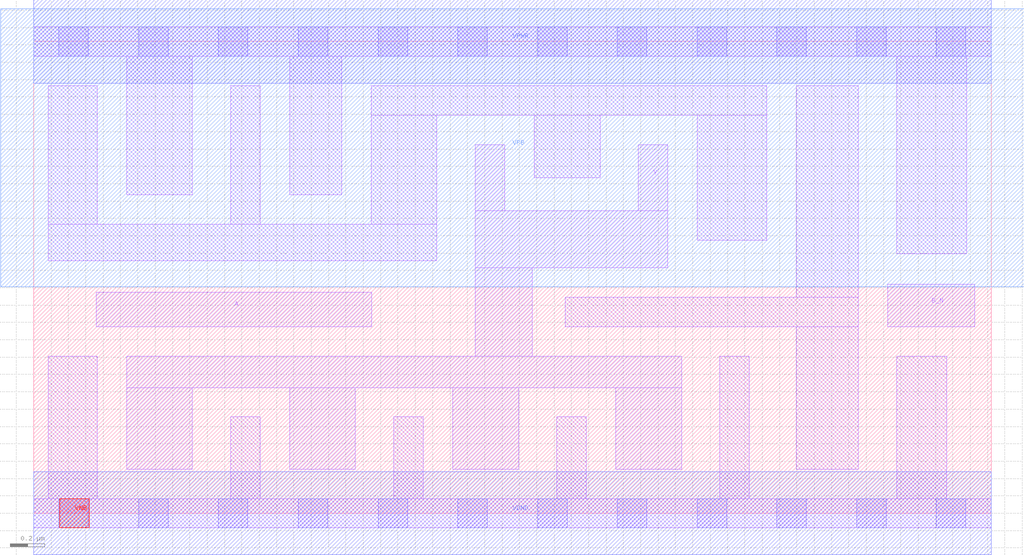
<source format=lef>
# Copyright 2020 The SkyWater PDK Authors
#
# Licensed under the Apache License, Version 2.0 (the "License");
# you may not use this file except in compliance with the License.
# You may obtain a copy of the License at
#
#     https://www.apache.org/licenses/LICENSE-2.0
#
# Unless required by applicable law or agreed to in writing, software
# distributed under the License is distributed on an "AS IS" BASIS,
# WITHOUT WARRANTIES OR CONDITIONS OF ANY KIND, either express or implied.
# See the License for the specific language governing permissions and
# limitations under the License.
#
# SPDX-License-Identifier: Apache-2.0

VERSION 5.7 ;
  NOWIREEXTENSIONATPIN ON ;
  DIVIDERCHAR "/" ;
  BUSBITCHARS "[]" ;
PROPERTYDEFINITIONS
  MACRO maskLayoutSubType STRING ;
  MACRO prCellType STRING ;
  MACRO originalViewName STRING ;
END PROPERTYDEFINITIONS
MACRO sky130_fd_sc_hdll__nor2b_4
  CLASS CORE ;
  FOREIGN sky130_fd_sc_hdll__nor2b_4 ;
  ORIGIN  0.000000  0.000000 ;
  SIZE  5.520000 BY  2.720000 ;
  SYMMETRY X Y R90 ;
  SITE unithd ;
  PIN A
    ANTENNAGATEAREA  1.110000 ;
    DIRECTION INPUT ;
    USE SIGNAL ;
    PORT
      LAYER li1 ;
        RECT 0.360000 1.075000 1.950000 1.275000 ;
    END
  END A
  PIN B_N
    ANTENNAGATEAREA  0.277500 ;
    DIRECTION INPUT ;
    USE SIGNAL ;
    PORT
      LAYER li1 ;
        RECT 4.925000 1.075000 5.425000 1.320000 ;
    END
  END B_N
  PIN VGND
    ANTENNADIFFAREA  1.183000 ;
    DIRECTION INOUT ;
    USE SIGNAL ;
    PORT
      LAYER met1 ;
        RECT 0.000000 -0.240000 5.520000 0.240000 ;
    END
  END VGND
  PIN VPWR
    ANTENNADIFFAREA  0.870000 ;
    DIRECTION INOUT ;
    USE SIGNAL ;
    PORT
      LAYER met1 ;
        RECT 0.000000 2.480000 5.520000 2.960000 ;
    END
  END VPWR
  PIN Y
    ANTENNADIFFAREA  1.444500 ;
    DIRECTION OUTPUT ;
    USE SIGNAL ;
    PORT
      LAYER li1 ;
        RECT 0.535000 0.255000 0.915000 0.725000 ;
        RECT 0.535000 0.725000 3.735000 0.905000 ;
        RECT 1.475000 0.255000 1.855000 0.725000 ;
        RECT 2.415000 0.255000 2.795000 0.725000 ;
        RECT 2.545000 0.905000 2.875000 1.415000 ;
        RECT 2.545000 1.415000 3.655000 1.745000 ;
        RECT 2.545000 1.745000 2.715000 2.125000 ;
        RECT 3.355000 0.255000 3.735000 0.725000 ;
        RECT 3.485000 1.745000 3.655000 2.125000 ;
    END
  END Y
  PIN VNB
    DIRECTION INOUT ;
    USE GROUND ;
    PORT
      LAYER pwell ;
        RECT 0.150000 -0.085000 0.320000 0.085000 ;
    END
  END VNB
  PIN VPB
    DIRECTION INOUT ;
    USE POWER ;
    PORT
      LAYER nwell ;
        RECT -0.190000 1.305000 5.710000 2.910000 ;
    END
  END VPB
  OBS
    LAYER li1 ;
      RECT 0.000000 -0.085000 5.520000 0.085000 ;
      RECT 0.000000  2.635000 5.520000 2.805000 ;
      RECT 0.085000  0.085000 0.365000 0.905000 ;
      RECT 0.085000  1.455000 2.325000 1.665000 ;
      RECT 0.085000  1.665000 0.365000 2.465000 ;
      RECT 0.535000  1.835000 0.915000 2.635000 ;
      RECT 1.135000  0.085000 1.305000 0.555000 ;
      RECT 1.135000  1.665000 1.305000 2.465000 ;
      RECT 1.475000  1.835000 1.775000 2.635000 ;
      RECT 1.945000  1.665000 2.325000 2.295000 ;
      RECT 1.945000  2.295000 4.225000 2.465000 ;
      RECT 2.075000  0.085000 2.245000 0.555000 ;
      RECT 2.885000  1.935000 3.265000 2.295000 ;
      RECT 3.015000  0.085000 3.185000 0.555000 ;
      RECT 3.065000  1.075000 4.755000 1.245000 ;
      RECT 3.825000  1.575000 4.225000 2.295000 ;
      RECT 3.955000  0.085000 4.125000 0.905000 ;
      RECT 4.395000  0.255000 4.755000 1.075000 ;
      RECT 4.395000  1.245000 4.755000 2.465000 ;
      RECT 4.975000  0.085000 5.265000 0.905000 ;
      RECT 4.975000  1.495000 5.380000 2.635000 ;
    LAYER mcon ;
      RECT 0.145000 -0.085000 0.315000 0.085000 ;
      RECT 0.145000  2.635000 0.315000 2.805000 ;
      RECT 0.605000 -0.085000 0.775000 0.085000 ;
      RECT 0.605000  2.635000 0.775000 2.805000 ;
      RECT 1.065000 -0.085000 1.235000 0.085000 ;
      RECT 1.065000  2.635000 1.235000 2.805000 ;
      RECT 1.525000 -0.085000 1.695000 0.085000 ;
      RECT 1.525000  2.635000 1.695000 2.805000 ;
      RECT 1.985000 -0.085000 2.155000 0.085000 ;
      RECT 1.985000  2.635000 2.155000 2.805000 ;
      RECT 2.445000 -0.085000 2.615000 0.085000 ;
      RECT 2.445000  2.635000 2.615000 2.805000 ;
      RECT 2.905000 -0.085000 3.075000 0.085000 ;
      RECT 2.905000  2.635000 3.075000 2.805000 ;
      RECT 3.365000 -0.085000 3.535000 0.085000 ;
      RECT 3.365000  2.635000 3.535000 2.805000 ;
      RECT 3.825000 -0.085000 3.995000 0.085000 ;
      RECT 3.825000  2.635000 3.995000 2.805000 ;
      RECT 4.285000 -0.085000 4.455000 0.085000 ;
      RECT 4.285000  2.635000 4.455000 2.805000 ;
      RECT 4.745000 -0.085000 4.915000 0.085000 ;
      RECT 4.745000  2.635000 4.915000 2.805000 ;
      RECT 5.205000 -0.085000 5.375000 0.085000 ;
      RECT 5.205000  2.635000 5.375000 2.805000 ;
  END
  PROPERTY maskLayoutSubType "abstract" ;
  PROPERTY prCellType "standard" ;
  PROPERTY originalViewName "layout" ;
END sky130_fd_sc_hdll__nor2b_4
END LIBRARY

</source>
